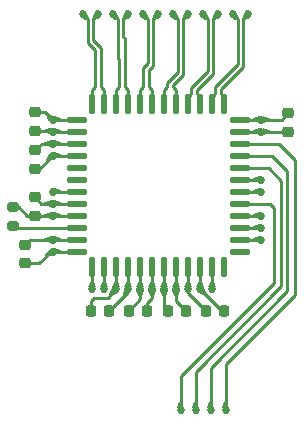
<source format=gtl>
%TF.GenerationSoftware,KiCad,Pcbnew,8.0.3-8.0.3-0~ubuntu24.04.1*%
%TF.CreationDate,2024-07-09T09:27:24+02:00*%
%TF.ProjectId,PythonBreakout,50797468-6f6e-4427-9265-616b6f75742e,rev?*%
%TF.SameCoordinates,Original*%
%TF.FileFunction,Copper,L1,Top*%
%TF.FilePolarity,Positive*%
%FSLAX46Y46*%
G04 Gerber Fmt 4.6, Leading zero omitted, Abs format (unit mm)*
G04 Created by KiCad (PCBNEW 8.0.3-8.0.3-0~ubuntu24.04.1) date 2024-07-09 09:27:24*
%MOMM*%
%LPD*%
G01*
G04 APERTURE LIST*
G04 Aperture macros list*
%AMRoundRect*
0 Rectangle with rounded corners*
0 $1 Rounding radius*
0 $2 $3 $4 $5 $6 $7 $8 $9 X,Y pos of 4 corners*
0 Add a 4 corners polygon primitive as box body*
4,1,4,$2,$3,$4,$5,$6,$7,$8,$9,$2,$3,0*
0 Add four circle primitives for the rounded corners*
1,1,$1+$1,$2,$3*
1,1,$1+$1,$4,$5*
1,1,$1+$1,$6,$7*
1,1,$1+$1,$8,$9*
0 Add four rect primitives between the rounded corners*
20,1,$1+$1,$2,$3,$4,$5,0*
20,1,$1+$1,$4,$5,$6,$7,0*
20,1,$1+$1,$6,$7,$8,$9,0*
20,1,$1+$1,$8,$9,$2,$3,0*%
G04 Aperture macros list end*
%TA.AperFunction,SMDPad,CuDef*%
%ADD10RoundRect,0.225000X0.225000X0.250000X-0.225000X0.250000X-0.225000X-0.250000X0.225000X-0.250000X0*%
%TD*%
%TA.AperFunction,SMDPad,CuDef*%
%ADD11RoundRect,0.225000X-0.250000X0.225000X-0.250000X-0.225000X0.250000X-0.225000X0.250000X0.225000X0*%
%TD*%
%TA.AperFunction,SMDPad,CuDef*%
%ADD12RoundRect,0.028200X-0.786800X0.206800X-0.786800X-0.206800X0.786800X-0.206800X0.786800X0.206800X0*%
%TD*%
%TA.AperFunction,SMDPad,CuDef*%
%ADD13RoundRect,0.028200X-0.206800X0.786800X-0.206800X-0.786800X0.206800X-0.786800X0.206800X0.786800X0*%
%TD*%
%TA.AperFunction,SMDPad,CuDef*%
%ADD14RoundRect,0.200000X0.275000X-0.200000X0.275000X0.200000X-0.275000X0.200000X-0.275000X-0.200000X0*%
%TD*%
%TA.AperFunction,SMDPad,CuDef*%
%ADD15RoundRect,0.225000X-0.225000X-0.250000X0.225000X-0.250000X0.225000X0.250000X-0.225000X0.250000X0*%
%TD*%
%TA.AperFunction,SMDPad,CuDef*%
%ADD16RoundRect,0.225000X0.250000X-0.225000X0.250000X0.225000X-0.250000X0.225000X-0.250000X-0.225000X0*%
%TD*%
%TA.AperFunction,ViaPad*%
%ADD17C,0.685800*%
%TD*%
%TA.AperFunction,Conductor*%
%ADD18C,0.254000*%
%TD*%
%TA.AperFunction,Conductor*%
%ADD19C,0.290000*%
%TD*%
G04 APERTURE END LIST*
D10*
X89080000Y-80575000D03*
X87530000Y-80575000D03*
D11*
X79605000Y-71000000D03*
X79605000Y-72550000D03*
X101005000Y-63875000D03*
X101005000Y-65425000D03*
D12*
X96905000Y-69492000D03*
X96905000Y-68476000D03*
X96905000Y-67460000D03*
X96905000Y-66444000D03*
X96905000Y-65428000D03*
X96905000Y-64412000D03*
D13*
X95588000Y-63095000D03*
X94572000Y-63095000D03*
X93556000Y-63095000D03*
X92540000Y-63095000D03*
X91524000Y-63095000D03*
X90508000Y-63095000D03*
X89492000Y-63095000D03*
X88476000Y-63095000D03*
X87460000Y-63095000D03*
X86444000Y-63095000D03*
X85428000Y-63095000D03*
X84412000Y-63095000D03*
D12*
X83095000Y-64412000D03*
X83095000Y-65428000D03*
X83095000Y-66444000D03*
X83095000Y-67460000D03*
X83095000Y-68476000D03*
X83095000Y-69492000D03*
X83095000Y-70508000D03*
X83095000Y-71524000D03*
X83095000Y-72540000D03*
X83095000Y-73556000D03*
X83095000Y-74572000D03*
X83095000Y-75588000D03*
D13*
X84412000Y-76905000D03*
X85428000Y-76905000D03*
X86444000Y-76905000D03*
X87460000Y-76905000D03*
X88476000Y-76905000D03*
X89492000Y-76905000D03*
X90508000Y-76905000D03*
X91524000Y-76905000D03*
X92540000Y-76905000D03*
X93556000Y-76905000D03*
X94572000Y-76905000D03*
X95588000Y-76905000D03*
D12*
X96905000Y-75588000D03*
X96905000Y-74572000D03*
X96905000Y-73556000D03*
X96905000Y-72540000D03*
X96905000Y-71524000D03*
X96905000Y-70508000D03*
D10*
X95580000Y-80575000D03*
X94030000Y-80575000D03*
X92355000Y-80575000D03*
X90805000Y-80575000D03*
D14*
X77705000Y-73450000D03*
X77705000Y-71800000D03*
D15*
X84305000Y-80575000D03*
X85855000Y-80575000D03*
D11*
X79605000Y-63800000D03*
X79605000Y-65350000D03*
X78705000Y-75000000D03*
X78705000Y-76550000D03*
D16*
X79605000Y-68575000D03*
X79605000Y-67025000D03*
D17*
X81067000Y-64412000D03*
X81067000Y-74572000D03*
X98752000Y-69492000D03*
X89493000Y-78752000D03*
X81066000Y-66444000D03*
X98752000Y-70508000D03*
X87460000Y-78752000D03*
X90509000Y-78752000D03*
X98752000Y-65428000D03*
X81067000Y-65428000D03*
X81067000Y-72540000D03*
X85429000Y-78752000D03*
X81067000Y-75588000D03*
X88476000Y-78753000D03*
X92541000Y-78752000D03*
X81067000Y-67460000D03*
X98752000Y-64412000D03*
X81067000Y-71524000D03*
X86445000Y-78752000D03*
X93557000Y-78752000D03*
X84413000Y-78752000D03*
X91525000Y-78752000D03*
X87460000Y-55475000D03*
X94573000Y-78752000D03*
X98752000Y-74572000D03*
X86190000Y-55475000D03*
X95080000Y-55475000D03*
X88730000Y-55475000D03*
X92540000Y-55475000D03*
X90000000Y-55475000D03*
X93175000Y-88985000D03*
X91905000Y-88985000D03*
X98752000Y-73556000D03*
X91270000Y-55475000D03*
X81067000Y-70508000D03*
X93810000Y-55475000D03*
X98752000Y-72540000D03*
X94445000Y-88985000D03*
X95715000Y-88985000D03*
X96350000Y-55475000D03*
X83650000Y-55475000D03*
X97620000Y-55475000D03*
X84920000Y-55475000D03*
D18*
X80455000Y-63800000D02*
X81067000Y-64412000D01*
X89493000Y-78752000D02*
X89493000Y-79487000D01*
X79605000Y-63800000D02*
X80455000Y-63800000D01*
X89492000Y-78751000D02*
X89493000Y-78752000D01*
X89080000Y-79900000D02*
X89080000Y-80575000D01*
X96905000Y-69492000D02*
X98752000Y-69492000D01*
X96905000Y-69492000D02*
X97384000Y-69492000D01*
X89492000Y-76905000D02*
X89492000Y-78751000D01*
X97384000Y-69492000D02*
X97467000Y-69575000D01*
X83095000Y-64412000D02*
X81067000Y-64412000D01*
X79133000Y-74572000D02*
X78705000Y-75000000D01*
X89493000Y-79487000D02*
X89080000Y-79900000D01*
X83095000Y-74572000D02*
X81067000Y-74572000D01*
X81067000Y-74572000D02*
X79133000Y-74572000D01*
X85428000Y-76905000D02*
X85428000Y-78751000D01*
X96905000Y-65428000D02*
X98752000Y-65428000D01*
X90509000Y-78752000D02*
X90509000Y-80279000D01*
X80989000Y-65350000D02*
X81067000Y-65428000D01*
X88476000Y-78753000D02*
X88476000Y-79629000D01*
X88476000Y-79629000D02*
X87530000Y-80575000D01*
X96905000Y-70508000D02*
X98752000Y-70508000D01*
X81066000Y-66444000D02*
X80186000Y-66444000D01*
X87460000Y-76905000D02*
X87460000Y-78752000D01*
X92541000Y-79086000D02*
X94030000Y-80575000D01*
X85428000Y-78751000D02*
X85429000Y-78752000D01*
X101002000Y-65428000D02*
X101005000Y-65425000D01*
X88476000Y-76905000D02*
X88476000Y-78753000D01*
X87460000Y-78970000D02*
X85855000Y-80575000D01*
X79956000Y-76550000D02*
X78705000Y-76550000D01*
X90508000Y-76905000D02*
X90508000Y-78751000D01*
X80918000Y-75588000D02*
X79956000Y-76550000D01*
X92540000Y-76905000D02*
X92540000Y-78751000D01*
X92540000Y-78751000D02*
X92541000Y-78752000D01*
X87460000Y-78752000D02*
X87460000Y-78970000D01*
X83095000Y-75588000D02*
X81067000Y-75588000D01*
X78932000Y-72540000D02*
X78192000Y-71800000D01*
X79605000Y-65350000D02*
X80989000Y-65350000D01*
X92541000Y-78752000D02*
X92541000Y-79086000D01*
X83095000Y-65428000D02*
X81067000Y-65428000D01*
X81067000Y-75588000D02*
X80918000Y-75588000D01*
X81066000Y-66444000D02*
X83095000Y-66444000D01*
X90509000Y-80279000D02*
X90805000Y-80575000D01*
X80186000Y-66444000D02*
X79605000Y-67025000D01*
X83095000Y-72540000D02*
X81067000Y-72540000D01*
X98752000Y-65428000D02*
X101002000Y-65428000D01*
X81067000Y-72540000D02*
X78932000Y-72540000D01*
X90508000Y-78751000D02*
X90509000Y-78752000D01*
X78192000Y-71800000D02*
X77705000Y-71800000D01*
X81067000Y-71524000D02*
X80129000Y-71524000D01*
X79952000Y-68575000D02*
X81067000Y-67460000D01*
X80129000Y-71524000D02*
X79605000Y-71000000D01*
X100468000Y-64412000D02*
X101005000Y-63875000D01*
X96905000Y-64412000D02*
X98752000Y-64412000D01*
X83095000Y-71524000D02*
X81067000Y-71524000D01*
X79605000Y-68575000D02*
X79952000Y-68575000D01*
X83095000Y-67460000D02*
X81067000Y-67460000D01*
X98752000Y-64412000D02*
X100468000Y-64412000D01*
X93557000Y-76906000D02*
X93556000Y-76905000D01*
X84605000Y-79475000D02*
X84305000Y-79775000D01*
X91525000Y-79745000D02*
X92355000Y-80575000D01*
X84412000Y-78751000D02*
X84413000Y-78752000D01*
X86445000Y-78752000D02*
X85722000Y-79475000D01*
X84305000Y-79775000D02*
X84305000Y-80575000D01*
X95380000Y-80575000D02*
X95580000Y-80575000D01*
X86444000Y-76905000D02*
X86444000Y-78751000D01*
X91524000Y-76905000D02*
X91524000Y-78751000D01*
X93557000Y-78752000D02*
X93557000Y-76906000D01*
X86444000Y-78751000D02*
X86445000Y-78752000D01*
X91525000Y-78752000D02*
X91525000Y-79745000D01*
X93557000Y-78752000D02*
X95380000Y-80575000D01*
X84412000Y-76905000D02*
X84412000Y-78751000D01*
X85722000Y-79475000D02*
X84605000Y-79475000D01*
X91524000Y-78751000D02*
X91525000Y-78752000D01*
D19*
X87197000Y-57524234D02*
X87197000Y-61609499D01*
X87197000Y-61609499D02*
X87460000Y-61872499D01*
X87460000Y-55475000D02*
X87070000Y-55865000D01*
X87460000Y-61872499D02*
X87460000Y-63095000D01*
X87070000Y-57397234D02*
X87197000Y-57524234D01*
X87070000Y-55865000D02*
X87070000Y-57397234D01*
D18*
X94572000Y-76905000D02*
X94572000Y-78751000D01*
X94572000Y-78751000D02*
X94573000Y-78752000D01*
X96905000Y-74572000D02*
X98752000Y-74572000D01*
D19*
X86707000Y-59345000D02*
X86707000Y-61609499D01*
X86444000Y-61872499D02*
X86444000Y-63095000D01*
X86580000Y-59218000D02*
X86707000Y-59345000D01*
X86190000Y-55475000D02*
X86580000Y-55865000D01*
X86580000Y-55865000D02*
X86580000Y-59218000D01*
X86707000Y-61609499D02*
X86444000Y-61872499D01*
X93556000Y-62515000D02*
X93556000Y-63095000D01*
X93293000Y-61928484D02*
X93293000Y-62252000D01*
X93293000Y-62252000D02*
X93556000Y-62515000D01*
X94690000Y-55865000D02*
X94690000Y-60531484D01*
X95080000Y-55475000D02*
X94690000Y-55865000D01*
X94690000Y-60531484D02*
X93293000Y-61928484D01*
X88476000Y-61872499D02*
X88476000Y-63095000D01*
X89120000Y-59633516D02*
X88739000Y-60014516D01*
X88730000Y-55475000D02*
X89120000Y-55865000D01*
X89120000Y-55865000D02*
X89120000Y-59633516D01*
X88739000Y-60014516D02*
X88739000Y-61609499D01*
X88739000Y-61609499D02*
X88476000Y-61872499D01*
X92150000Y-60596484D02*
X91261000Y-61485484D01*
X91261000Y-61485484D02*
X91261000Y-61609499D01*
X92540000Y-55475000D02*
X92150000Y-55865000D01*
X91524000Y-61872499D02*
X91524000Y-63095000D01*
X91261000Y-61609499D02*
X91524000Y-61872499D01*
X92150000Y-55865000D02*
X92150000Y-60596484D01*
X90000000Y-55475000D02*
X89610000Y-55865000D01*
X89610000Y-59836484D02*
X89229000Y-60217484D01*
X89229000Y-61609499D02*
X89492000Y-61872499D01*
X89492000Y-61872499D02*
X89492000Y-63095000D01*
X89610000Y-55865000D02*
X89610000Y-59836484D01*
X89229000Y-60217484D02*
X89229000Y-61609499D01*
D18*
X96905000Y-68476000D02*
X99351000Y-68476000D01*
X93175000Y-85750000D02*
X93175000Y-88985000D01*
X100450000Y-78475000D02*
X93175000Y-85750000D01*
X100450000Y-69575000D02*
X100450000Y-78475000D01*
X99351000Y-68476000D02*
X100450000Y-69575000D01*
X91905000Y-88985000D02*
X91905000Y-87025000D01*
X99800000Y-78225000D02*
X91905000Y-86120000D01*
X99449000Y-71524000D02*
X99800000Y-71875000D01*
X91905000Y-86120000D02*
X91905000Y-87025000D01*
X99800000Y-71875000D02*
X99800000Y-78225000D01*
X96905000Y-71524000D02*
X99449000Y-71524000D01*
X96905000Y-73556000D02*
X98752000Y-73556000D01*
D19*
X91270000Y-55475000D02*
X91660000Y-55865000D01*
X90771000Y-61609499D02*
X90508000Y-61872499D01*
X90771000Y-61282516D02*
X90771000Y-61609499D01*
X91660000Y-60393516D02*
X90771000Y-61282516D01*
X90508000Y-61872499D02*
X90508000Y-63095000D01*
X91660000Y-55865000D02*
X91660000Y-60393516D01*
D18*
X83095000Y-70508000D02*
X81067000Y-70508000D01*
D19*
X94200000Y-55865000D02*
X94200000Y-60328516D01*
X92803000Y-62252000D02*
X92540000Y-62515000D01*
X93810000Y-55475000D02*
X94200000Y-55865000D01*
X94200000Y-60328516D02*
X92803000Y-61725516D01*
X92803000Y-61725516D02*
X92803000Y-62252000D01*
X92540000Y-62515000D02*
X92540000Y-63095000D01*
X96905000Y-72540000D02*
X98752000Y-72540000D01*
D18*
X99685000Y-67460000D02*
X100950000Y-68725000D01*
X96905000Y-67460000D02*
X99685000Y-67460000D01*
X94450000Y-85425000D02*
X94450000Y-86175000D01*
X94445000Y-86180000D02*
X94445000Y-88985000D01*
X100950000Y-78925000D02*
X94450000Y-85425000D01*
X100950000Y-68725000D02*
X100950000Y-78925000D01*
X94450000Y-86175000D02*
X94445000Y-86180000D01*
X101600000Y-67825000D02*
X100219000Y-66444000D01*
X95715000Y-88985000D02*
X95715000Y-85110000D01*
X101600000Y-79225000D02*
X101600000Y-67825000D01*
X95715000Y-85110000D02*
X101600000Y-79225000D01*
X100219000Y-66444000D02*
X96905000Y-66444000D01*
X77811000Y-73556000D02*
X77705000Y-73450000D01*
X83076000Y-73575000D02*
X83095000Y-73556000D01*
X83095000Y-73556000D02*
X77811000Y-73556000D01*
D19*
X94835000Y-61643516D02*
X96740000Y-59738516D01*
X96740000Y-59738516D02*
X96740000Y-55865000D01*
X94572000Y-63095000D02*
X94572000Y-62515000D01*
X94835000Y-62252000D02*
X94835000Y-61643516D01*
X94572000Y-62515000D02*
X94835000Y-62252000D01*
X96740000Y-55865000D02*
X96350000Y-55475000D01*
X84675000Y-58536484D02*
X84040000Y-57901484D01*
X84412000Y-63095000D02*
X84412000Y-61872499D01*
X84412000Y-61872499D02*
X84675000Y-61609499D01*
X84040000Y-55865000D02*
X83650000Y-55475000D01*
X84675000Y-61609499D02*
X84675000Y-58536484D01*
X84040000Y-57901484D02*
X84040000Y-55865000D01*
X95588000Y-63095000D02*
X95588000Y-62515000D01*
X95588000Y-62515000D02*
X95325000Y-62252000D01*
X97230000Y-59941484D02*
X97230000Y-55865000D01*
X95325000Y-61846484D02*
X97230000Y-59941484D01*
X97230000Y-55865000D02*
X97620000Y-55475000D01*
X95325000Y-62252000D02*
X95325000Y-61846484D01*
X84530000Y-55865000D02*
X84920000Y-55475000D01*
X85165000Y-58333516D02*
X84530000Y-57698516D01*
X85428000Y-63095000D02*
X85428000Y-61872499D01*
X85428000Y-61872499D02*
X85165000Y-61609499D01*
X85165000Y-61609499D02*
X85165000Y-58333516D01*
X84530000Y-57698516D02*
X84530000Y-55865000D01*
%TA.AperFunction,Conductor*%
G36*
X86570926Y-78069826D02*
G01*
X86573716Y-78074291D01*
X86758226Y-78610400D01*
X86757678Y-78619338D01*
X86751669Y-78625005D01*
X86449506Y-78751119D01*
X86440552Y-78751143D01*
X86440494Y-78751119D01*
X86138297Y-78624991D01*
X86131982Y-78618642D01*
X86131728Y-78610424D01*
X86314300Y-78074326D01*
X86320211Y-78067600D01*
X86325375Y-78066399D01*
X86562653Y-78066399D01*
X86570926Y-78069826D01*
G37*
%TD.AperFunction*%
%TA.AperFunction,Conductor*%
G36*
X98619533Y-72227174D02*
G01*
X98624875Y-72233019D01*
X98751119Y-72535494D01*
X98751143Y-72544448D01*
X98751119Y-72544506D01*
X98624875Y-72846980D01*
X98618526Y-72853295D01*
X98610616Y-72853650D01*
X98074438Y-72687551D01*
X98067549Y-72681830D01*
X98066200Y-72676375D01*
X98066200Y-72403624D01*
X98069627Y-72395351D01*
X98074438Y-72392448D01*
X98610618Y-72226349D01*
X98619533Y-72227174D01*
G37*
%TD.AperFunction*%
%TA.AperFunction,Conductor*%
G36*
X89694788Y-55348540D02*
G01*
X89995493Y-55472147D01*
X90001842Y-55478461D01*
X90001859Y-55478503D01*
X90127231Y-55782134D01*
X90127221Y-55791088D01*
X90122067Y-55796845D01*
X89757637Y-55997803D01*
X89751987Y-55999257D01*
X89481226Y-55999257D01*
X89472953Y-55995830D01*
X89469526Y-55987557D01*
X89470125Y-55983862D01*
X89640469Y-55472147D01*
X89679244Y-55355666D01*
X89685107Y-55348900D01*
X89694039Y-55348262D01*
X89694788Y-55348540D01*
G37*
%TD.AperFunction*%
%TA.AperFunction,Conductor*%
G36*
X94571911Y-88302627D02*
G01*
X94574708Y-88307112D01*
X94758250Y-88843413D01*
X94757686Y-88852350D01*
X94751686Y-88857998D01*
X94449506Y-88984119D01*
X94440552Y-88984143D01*
X94440494Y-88984119D01*
X94138313Y-88857998D01*
X94131998Y-88851649D01*
X94131749Y-88843413D01*
X94315292Y-88307112D01*
X94321213Y-88300394D01*
X94326362Y-88299200D01*
X94563638Y-88299200D01*
X94571911Y-88302627D01*
G37*
%TD.AperFunction*%
%TA.AperFunction,Conductor*%
G36*
X89799686Y-78879001D02*
G01*
X89806001Y-78885350D01*
X89806250Y-78893586D01*
X89622708Y-79429888D01*
X89616787Y-79436606D01*
X89611638Y-79437800D01*
X89374362Y-79437800D01*
X89366089Y-79434373D01*
X89363292Y-79429888D01*
X89179749Y-78893586D01*
X89180313Y-78884649D01*
X89186311Y-78879002D01*
X89488495Y-78752879D01*
X89497446Y-78752856D01*
X89799686Y-78879001D01*
G37*
%TD.AperFunction*%
%TA.AperFunction,Conductor*%
G36*
X81744888Y-75458292D02*
G01*
X81751606Y-75464213D01*
X81752800Y-75469362D01*
X81752800Y-75706637D01*
X81749373Y-75714910D01*
X81744888Y-75717707D01*
X81208586Y-75901250D01*
X81199649Y-75900686D01*
X81194001Y-75894687D01*
X81067879Y-75592504D01*
X81067856Y-75583552D01*
X81194002Y-75281311D01*
X81200350Y-75274998D01*
X81208586Y-75274749D01*
X81744888Y-75458292D01*
G37*
%TD.AperFunction*%
%TA.AperFunction,Conductor*%
G36*
X81744888Y-65298292D02*
G01*
X81751606Y-65304213D01*
X81752800Y-65309362D01*
X81752800Y-65546637D01*
X81749373Y-65554910D01*
X81744888Y-65557707D01*
X81208586Y-65741250D01*
X81199649Y-65740686D01*
X81194001Y-65734687D01*
X81067879Y-65432504D01*
X81067856Y-65423552D01*
X81194002Y-65121311D01*
X81200350Y-65114998D01*
X81208586Y-65114749D01*
X81744888Y-65298292D01*
G37*
%TD.AperFunction*%
%TA.AperFunction,Conductor*%
G36*
X92234788Y-55348540D02*
G01*
X92535493Y-55472147D01*
X92541842Y-55478461D01*
X92541859Y-55478503D01*
X92667231Y-55782134D01*
X92667221Y-55791088D01*
X92662067Y-55796845D01*
X92297637Y-55997803D01*
X92291987Y-55999257D01*
X92021226Y-55999257D01*
X92012953Y-55995830D01*
X92009526Y-55987557D01*
X92010125Y-55983862D01*
X92180469Y-55472147D01*
X92219244Y-55355666D01*
X92225107Y-55348900D01*
X92234039Y-55348262D01*
X92234788Y-55348540D01*
G37*
%TD.AperFunction*%
%TA.AperFunction,Conductor*%
G36*
X99429888Y-64282292D02*
G01*
X99436606Y-64288213D01*
X99437800Y-64293362D01*
X99437800Y-64530637D01*
X99434373Y-64538910D01*
X99429888Y-64541707D01*
X98893586Y-64725250D01*
X98884649Y-64724686D01*
X98879001Y-64718687D01*
X98752879Y-64416504D01*
X98752856Y-64407552D01*
X98879002Y-64105311D01*
X98885350Y-64098998D01*
X98893586Y-64098749D01*
X99429888Y-64282292D01*
G37*
%TD.AperFunction*%
%TA.AperFunction,Conductor*%
G36*
X92031911Y-88302627D02*
G01*
X92034708Y-88307112D01*
X92218250Y-88843413D01*
X92217686Y-88852350D01*
X92211686Y-88857998D01*
X91909506Y-88984119D01*
X91900552Y-88984143D01*
X91900494Y-88984119D01*
X91598313Y-88857998D01*
X91591998Y-88851649D01*
X91591749Y-88843413D01*
X91775292Y-88307112D01*
X91781213Y-88300394D01*
X91786362Y-88299200D01*
X92023638Y-88299200D01*
X92031911Y-88302627D01*
G37*
%TD.AperFunction*%
%TA.AperFunction,Conductor*%
G36*
X86138334Y-78624942D02*
G01*
X86441190Y-78749436D01*
X86447539Y-78755751D01*
X86447563Y-78755809D01*
X86572056Y-79058664D01*
X86572032Y-79067618D01*
X86566384Y-79073618D01*
X86057378Y-79323056D01*
X86048441Y-79323620D01*
X86043956Y-79320823D01*
X85876176Y-79153043D01*
X85872749Y-79144770D01*
X85873941Y-79139625D01*
X86123381Y-78630614D01*
X86130099Y-78624694D01*
X86138334Y-78624942D01*
G37*
%TD.AperFunction*%
%TA.AperFunction,Conductor*%
G36*
X88782686Y-78880001D02*
G01*
X88789001Y-78886350D01*
X88789250Y-78894586D01*
X88605708Y-79430888D01*
X88599787Y-79437606D01*
X88594638Y-79438800D01*
X88357362Y-79438800D01*
X88349089Y-79435373D01*
X88346292Y-79430888D01*
X88162749Y-78894586D01*
X88163313Y-78885649D01*
X88169311Y-78880002D01*
X88471495Y-78753879D01*
X88480446Y-78753856D01*
X88782686Y-78880001D01*
G37*
%TD.AperFunction*%
%TA.AperFunction,Conductor*%
G36*
X90634926Y-78069826D02*
G01*
X90637716Y-78074291D01*
X90822226Y-78610400D01*
X90821678Y-78619338D01*
X90815669Y-78625005D01*
X90513506Y-78751119D01*
X90504552Y-78751143D01*
X90504494Y-78751119D01*
X90202297Y-78624991D01*
X90195982Y-78618642D01*
X90195728Y-78610424D01*
X90378300Y-78074326D01*
X90384211Y-78067600D01*
X90389375Y-78066399D01*
X90626653Y-78066399D01*
X90634926Y-78069826D01*
G37*
%TD.AperFunction*%
%TA.AperFunction,Conductor*%
G36*
X91831686Y-78879001D02*
G01*
X91838001Y-78885350D01*
X91838250Y-78893586D01*
X91654708Y-79429888D01*
X91648787Y-79436606D01*
X91643638Y-79437800D01*
X91406362Y-79437800D01*
X91398089Y-79434373D01*
X91395292Y-79429888D01*
X91211749Y-78893586D01*
X91212313Y-78884649D01*
X91218311Y-78879002D01*
X91520495Y-78752879D01*
X91529446Y-78752856D01*
X91831686Y-78879001D01*
G37*
%TD.AperFunction*%
%TA.AperFunction,Conductor*%
G36*
X95841911Y-88302627D02*
G01*
X95844708Y-88307112D01*
X96028250Y-88843413D01*
X96027686Y-88852350D01*
X96021686Y-88857998D01*
X95719506Y-88984119D01*
X95710552Y-88984143D01*
X95710494Y-88984119D01*
X95408313Y-88857998D01*
X95401998Y-88851649D01*
X95401749Y-88843413D01*
X95585292Y-88307112D01*
X95591213Y-88300394D01*
X95596362Y-88299200D01*
X95833638Y-88299200D01*
X95841911Y-88302627D01*
G37*
%TD.AperFunction*%
%TA.AperFunction,Conductor*%
G36*
X91584162Y-55348566D02*
G01*
X91590476Y-55354915D01*
X91590756Y-55355668D01*
X91799875Y-55983862D01*
X91799237Y-55992794D01*
X91792469Y-55998658D01*
X91788774Y-55999257D01*
X91518013Y-55999257D01*
X91512363Y-55997803D01*
X91503279Y-55992794D01*
X91465301Y-55971852D01*
X91147932Y-55796845D01*
X91142342Y-55789849D01*
X91142768Y-55782134D01*
X91268141Y-55478501D01*
X91274463Y-55472165D01*
X91575208Y-55348542D01*
X91584162Y-55348566D01*
G37*
%TD.AperFunction*%
%TA.AperFunction,Conductor*%
G36*
X88602911Y-78070627D02*
G01*
X88605708Y-78075112D01*
X88789250Y-78611413D01*
X88788686Y-78620350D01*
X88782686Y-78625998D01*
X88480506Y-78752119D01*
X88471552Y-78752143D01*
X88471494Y-78752119D01*
X88169313Y-78625998D01*
X88162998Y-78619649D01*
X88162749Y-78611413D01*
X88346292Y-78075112D01*
X88352213Y-78068394D01*
X88357362Y-78067200D01*
X88594638Y-78067200D01*
X88602911Y-78070627D01*
G37*
%TD.AperFunction*%
%TA.AperFunction,Conductor*%
G36*
X80935121Y-65114837D02*
G01*
X80939497Y-65120112D01*
X81066119Y-65423494D01*
X81066143Y-65432448D01*
X81066119Y-65432506D01*
X80940590Y-65733267D01*
X80934241Y-65739582D01*
X80925287Y-65739558D01*
X80924588Y-65739239D01*
X80403210Y-65480226D01*
X80397325Y-65473476D01*
X80396715Y-65469748D01*
X80396715Y-65232522D01*
X80400142Y-65224249D01*
X80406038Y-65221066D01*
X80926325Y-65113162D01*
X80935121Y-65114837D01*
G37*
%TD.AperFunction*%
%TA.AperFunction,Conductor*%
G36*
X83964162Y-55348566D02*
G01*
X83970476Y-55354915D01*
X83970756Y-55355668D01*
X84179875Y-55983862D01*
X84179237Y-55992794D01*
X84172469Y-55998658D01*
X84168774Y-55999257D01*
X83898013Y-55999257D01*
X83892363Y-55997803D01*
X83883279Y-55992794D01*
X83845301Y-55971852D01*
X83527932Y-55796845D01*
X83522342Y-55789849D01*
X83522768Y-55782134D01*
X83648141Y-55478501D01*
X83654463Y-55472165D01*
X83955208Y-55348542D01*
X83964162Y-55348566D01*
G37*
%TD.AperFunction*%
%TA.AperFunction,Conductor*%
G36*
X98619350Y-73243313D02*
G01*
X98624998Y-73249313D01*
X98751119Y-73551494D01*
X98751143Y-73560448D01*
X98751119Y-73560506D01*
X98624998Y-73862686D01*
X98618649Y-73869001D01*
X98610413Y-73869250D01*
X98074112Y-73685707D01*
X98067394Y-73679786D01*
X98066200Y-73674637D01*
X98066200Y-73437362D01*
X98069627Y-73429089D01*
X98074111Y-73426292D01*
X98610413Y-73242749D01*
X98619350Y-73243313D01*
G37*
%TD.AperFunction*%
%TA.AperFunction,Conductor*%
G36*
X94774788Y-55348540D02*
G01*
X95075493Y-55472147D01*
X95081842Y-55478461D01*
X95081859Y-55478503D01*
X95207231Y-55782134D01*
X95207221Y-55791088D01*
X95202067Y-55796845D01*
X94837637Y-55997803D01*
X94831987Y-55999257D01*
X94561226Y-55999257D01*
X94552953Y-55995830D01*
X94549526Y-55987557D01*
X94550125Y-55983862D01*
X94720469Y-55472147D01*
X94759244Y-55355666D01*
X94765107Y-55348900D01*
X94774039Y-55348262D01*
X94774788Y-55348540D01*
G37*
%TD.AperFunction*%
%TA.AperFunction,Conductor*%
G36*
X98619350Y-70195313D02*
G01*
X98624998Y-70201313D01*
X98751119Y-70503494D01*
X98751143Y-70512448D01*
X98751119Y-70512506D01*
X98624998Y-70814686D01*
X98618649Y-70821001D01*
X98610413Y-70821250D01*
X98074112Y-70637707D01*
X98067394Y-70631786D01*
X98066200Y-70626637D01*
X98066200Y-70389362D01*
X98069627Y-70381089D01*
X98074111Y-70378292D01*
X98610413Y-70194749D01*
X98619350Y-70195313D01*
G37*
%TD.AperFunction*%
%TA.AperFunction,Conductor*%
G36*
X89618926Y-78069826D02*
G01*
X89621716Y-78074291D01*
X89806226Y-78610400D01*
X89805678Y-78619338D01*
X89799669Y-78625005D01*
X89497506Y-78751119D01*
X89488552Y-78751143D01*
X89488494Y-78751119D01*
X89186297Y-78624991D01*
X89179982Y-78618642D01*
X89179728Y-78610424D01*
X89362300Y-78074326D01*
X89368211Y-78067600D01*
X89373375Y-78066399D01*
X89610653Y-78066399D01*
X89618926Y-78069826D01*
G37*
%TD.AperFunction*%
%TA.AperFunction,Conductor*%
G36*
X81744888Y-74442292D02*
G01*
X81751606Y-74448213D01*
X81752800Y-74453362D01*
X81752800Y-74690637D01*
X81749373Y-74698910D01*
X81744888Y-74701707D01*
X81208586Y-74885250D01*
X81199649Y-74884686D01*
X81194001Y-74878687D01*
X81067879Y-74576504D01*
X81067856Y-74567552D01*
X81194002Y-74265311D01*
X81200350Y-74258998D01*
X81208586Y-74258749D01*
X81744888Y-74442292D01*
G37*
%TD.AperFunction*%
%TA.AperFunction,Conductor*%
G36*
X97314788Y-55348540D02*
G01*
X97615493Y-55472147D01*
X97621842Y-55478461D01*
X97621859Y-55478503D01*
X97747231Y-55782134D01*
X97747221Y-55791088D01*
X97742067Y-55796845D01*
X97377637Y-55997803D01*
X97371987Y-55999257D01*
X97101226Y-55999257D01*
X97092953Y-55995830D01*
X97089526Y-55987557D01*
X97090125Y-55983862D01*
X97260469Y-55472147D01*
X97299244Y-55355666D01*
X97305107Y-55348900D01*
X97314039Y-55348262D01*
X97314788Y-55348540D01*
G37*
%TD.AperFunction*%
%TA.AperFunction,Conductor*%
G36*
X81743888Y-66314292D02*
G01*
X81750606Y-66320213D01*
X81751800Y-66325362D01*
X81751800Y-66562637D01*
X81748373Y-66570910D01*
X81743888Y-66573707D01*
X81207586Y-66757250D01*
X81198649Y-66756686D01*
X81193001Y-66750687D01*
X81066879Y-66448504D01*
X81066856Y-66439552D01*
X81193002Y-66137311D01*
X81199350Y-66130998D01*
X81207586Y-66130749D01*
X81743888Y-66314292D01*
G37*
%TD.AperFunction*%
%TA.AperFunction,Conductor*%
G36*
X94698926Y-78069826D02*
G01*
X94701716Y-78074291D01*
X94886226Y-78610400D01*
X94885678Y-78619338D01*
X94879669Y-78625005D01*
X94577506Y-78751119D01*
X94568552Y-78751143D01*
X94568494Y-78751119D01*
X94266297Y-78624991D01*
X94259982Y-78618642D01*
X94259728Y-78610424D01*
X94442300Y-78074326D01*
X94448211Y-78067600D01*
X94453375Y-78066399D01*
X94690653Y-78066399D01*
X94698926Y-78069826D01*
G37*
%TD.AperFunction*%
%TA.AperFunction,Conductor*%
G36*
X81744888Y-70378292D02*
G01*
X81751606Y-70384213D01*
X81752800Y-70389362D01*
X81752800Y-70626637D01*
X81749373Y-70634910D01*
X81744888Y-70637707D01*
X81208586Y-70821250D01*
X81199649Y-70820686D01*
X81194001Y-70814687D01*
X81067879Y-70512504D01*
X81067856Y-70503552D01*
X81194002Y-70201311D01*
X81200350Y-70194998D01*
X81208586Y-70194749D01*
X81744888Y-70378292D01*
G37*
%TD.AperFunction*%
%TA.AperFunction,Conductor*%
G36*
X98619350Y-69179313D02*
G01*
X98624998Y-69185313D01*
X98751119Y-69487494D01*
X98751143Y-69496448D01*
X98751119Y-69496506D01*
X98624998Y-69798686D01*
X98618649Y-69805001D01*
X98610413Y-69805250D01*
X98074112Y-69621707D01*
X98067394Y-69615786D01*
X98066200Y-69610637D01*
X98066200Y-69373362D01*
X98069627Y-69365089D01*
X98074111Y-69362292D01*
X98610413Y-69178749D01*
X98619350Y-69179313D01*
G37*
%TD.AperFunction*%
%TA.AperFunction,Conductor*%
G36*
X98619350Y-74259313D02*
G01*
X98624998Y-74265313D01*
X98751119Y-74567494D01*
X98751143Y-74576448D01*
X98751119Y-74576506D01*
X98624998Y-74878686D01*
X98618649Y-74885001D01*
X98610413Y-74885250D01*
X98074112Y-74701707D01*
X98067394Y-74695786D01*
X98066200Y-74690637D01*
X98066200Y-74453362D01*
X98069627Y-74445089D01*
X98074111Y-74442292D01*
X98610413Y-74258749D01*
X98619350Y-74259313D01*
G37*
%TD.AperFunction*%
%TA.AperFunction,Conductor*%
G36*
X98619350Y-65115313D02*
G01*
X98624998Y-65121313D01*
X98751119Y-65423494D01*
X98751143Y-65432448D01*
X98751119Y-65432506D01*
X98624998Y-65734686D01*
X98618649Y-65741001D01*
X98610413Y-65741250D01*
X98074112Y-65557707D01*
X98067394Y-65551786D01*
X98066200Y-65546637D01*
X98066200Y-65309362D01*
X98069627Y-65301089D01*
X98074111Y-65298292D01*
X98610413Y-65114749D01*
X98619350Y-65115313D01*
G37*
%TD.AperFunction*%
%TA.AperFunction,Conductor*%
G36*
X80679375Y-63840942D02*
G01*
X81136089Y-64064754D01*
X81188384Y-64090381D01*
X81194305Y-64097099D01*
X81194056Y-64105335D01*
X81069563Y-64408190D01*
X81063248Y-64414539D01*
X81063190Y-64414563D01*
X80760335Y-64539056D01*
X80751381Y-64539032D01*
X80745381Y-64533384D01*
X80684030Y-64408190D01*
X80495942Y-64024376D01*
X80495379Y-64015441D01*
X80498174Y-64010958D01*
X80665957Y-63843175D01*
X80674229Y-63839749D01*
X80679375Y-63840942D01*
G37*
%TD.AperFunction*%
%TA.AperFunction,Conductor*%
G36*
X89044162Y-55348566D02*
G01*
X89050476Y-55354915D01*
X89050756Y-55355668D01*
X89259875Y-55983862D01*
X89259237Y-55992794D01*
X89252469Y-55998658D01*
X89248774Y-55999257D01*
X88978013Y-55999257D01*
X88972363Y-55997803D01*
X88963279Y-55992794D01*
X88925301Y-55971852D01*
X88607932Y-55796845D01*
X88602342Y-55789849D01*
X88602768Y-55782134D01*
X88728141Y-55478501D01*
X88734463Y-55472165D01*
X89035208Y-55348542D01*
X89044162Y-55348566D01*
G37*
%TD.AperFunction*%
%TA.AperFunction,Conductor*%
G36*
X85554926Y-78069826D02*
G01*
X85557716Y-78074291D01*
X85742226Y-78610400D01*
X85741678Y-78619338D01*
X85735669Y-78625005D01*
X85433506Y-78751119D01*
X85424552Y-78751143D01*
X85424494Y-78751119D01*
X85122297Y-78624991D01*
X85115982Y-78618642D01*
X85115728Y-78610424D01*
X85298300Y-78074326D01*
X85304211Y-78067600D01*
X85309375Y-78066399D01*
X85546653Y-78066399D01*
X85554926Y-78069826D01*
G37*
%TD.AperFunction*%
%TA.AperFunction,Conductor*%
G36*
X93683911Y-78069627D02*
G01*
X93686708Y-78074112D01*
X93870250Y-78610413D01*
X93869686Y-78619350D01*
X93863686Y-78624998D01*
X93561506Y-78751119D01*
X93552552Y-78751143D01*
X93552494Y-78751119D01*
X93250313Y-78624998D01*
X93243998Y-78618649D01*
X93243749Y-78610413D01*
X93427292Y-78074112D01*
X93433213Y-78067394D01*
X93438362Y-78066200D01*
X93675638Y-78066200D01*
X93683911Y-78069627D01*
G37*
%TD.AperFunction*%
%TA.AperFunction,Conductor*%
G36*
X81744888Y-72410292D02*
G01*
X81751606Y-72416213D01*
X81752800Y-72421362D01*
X81752800Y-72658637D01*
X81749373Y-72666910D01*
X81744888Y-72669707D01*
X81208586Y-72853250D01*
X81199649Y-72852686D01*
X81194001Y-72846687D01*
X81067879Y-72544504D01*
X81067856Y-72535552D01*
X81194002Y-72233311D01*
X81200350Y-72226998D01*
X81208586Y-72226749D01*
X81744888Y-72410292D01*
G37*
%TD.AperFunction*%
%TA.AperFunction,Conductor*%
G36*
X96664162Y-55348566D02*
G01*
X96670476Y-55354915D01*
X96670756Y-55355668D01*
X96879875Y-55983862D01*
X96879237Y-55992794D01*
X96872469Y-55998658D01*
X96868774Y-55999257D01*
X96598013Y-55999257D01*
X96592363Y-55997803D01*
X96583279Y-55992794D01*
X96545301Y-55971852D01*
X96227932Y-55796845D01*
X96222342Y-55789849D01*
X96222768Y-55782134D01*
X96348141Y-55478501D01*
X96354463Y-55472165D01*
X96655208Y-55348542D01*
X96664162Y-55348566D01*
G37*
%TD.AperFunction*%
%TA.AperFunction,Conductor*%
G36*
X87154788Y-55348540D02*
G01*
X87455493Y-55472147D01*
X87461842Y-55478461D01*
X87461859Y-55478503D01*
X87587231Y-55782134D01*
X87587221Y-55791088D01*
X87582067Y-55796845D01*
X87217637Y-55997803D01*
X87211987Y-55999257D01*
X86941226Y-55999257D01*
X86932953Y-55995830D01*
X86929526Y-55987557D01*
X86930125Y-55983862D01*
X87100469Y-55472147D01*
X87139244Y-55355666D01*
X87145107Y-55348900D01*
X87154039Y-55348262D01*
X87154788Y-55348540D01*
G37*
%TD.AperFunction*%
%TA.AperFunction,Conductor*%
G36*
X80832849Y-75354017D02*
G01*
X80834294Y-75355238D01*
X80835796Y-75356731D01*
X81066034Y-75585630D01*
X81068605Y-75589477D01*
X81193256Y-75892717D01*
X81193232Y-75901671D01*
X81186883Y-75907986D01*
X81185670Y-75908409D01*
X80618817Y-76071509D01*
X80609919Y-76070503D01*
X80607309Y-76068538D01*
X80439594Y-75900823D01*
X80436167Y-75892550D01*
X80438349Y-75885746D01*
X80816528Y-75356730D01*
X80824126Y-75351993D01*
X80832849Y-75354017D01*
G37*
%TD.AperFunction*%
%TA.AperFunction,Conductor*%
G36*
X91650926Y-78069826D02*
G01*
X91653716Y-78074291D01*
X91838226Y-78610400D01*
X91837678Y-78619338D01*
X91831669Y-78625005D01*
X91529506Y-78751119D01*
X91520552Y-78751143D01*
X91520494Y-78751119D01*
X91218297Y-78624991D01*
X91211982Y-78618642D01*
X91211728Y-78610424D01*
X91394300Y-78074326D01*
X91400211Y-78067600D01*
X91405375Y-78066399D01*
X91642653Y-78066399D01*
X91650926Y-78069826D01*
G37*
%TD.AperFunction*%
%TA.AperFunction,Conductor*%
G36*
X84614788Y-55348540D02*
G01*
X84915493Y-55472147D01*
X84921842Y-55478461D01*
X84921859Y-55478503D01*
X85047231Y-55782134D01*
X85047221Y-55791088D01*
X85042067Y-55796845D01*
X84677637Y-55997803D01*
X84671987Y-55999257D01*
X84401226Y-55999257D01*
X84392953Y-55995830D01*
X84389526Y-55987557D01*
X84390125Y-55983862D01*
X84560469Y-55472147D01*
X84599244Y-55355666D01*
X84605107Y-55348900D01*
X84614039Y-55348262D01*
X84614788Y-55348540D01*
G37*
%TD.AperFunction*%
%TA.AperFunction,Conductor*%
G36*
X80934350Y-72227313D02*
G01*
X80939998Y-72233313D01*
X81066119Y-72535494D01*
X81066143Y-72544448D01*
X81066119Y-72544506D01*
X80939998Y-72846686D01*
X80933649Y-72853001D01*
X80925413Y-72853250D01*
X80389112Y-72669707D01*
X80382394Y-72663786D01*
X80381200Y-72658637D01*
X80381200Y-72421362D01*
X80384627Y-72413089D01*
X80389111Y-72410292D01*
X80925413Y-72226749D01*
X80934350Y-72227313D01*
G37*
%TD.AperFunction*%
%TA.AperFunction,Conductor*%
G36*
X86504162Y-55348566D02*
G01*
X86510476Y-55354915D01*
X86510756Y-55355668D01*
X86719875Y-55983862D01*
X86719237Y-55992794D01*
X86712469Y-55998658D01*
X86708774Y-55999257D01*
X86438013Y-55999257D01*
X86432363Y-55997803D01*
X86423279Y-55992794D01*
X86385301Y-55971852D01*
X86067932Y-55796845D01*
X86062342Y-55789849D01*
X86062768Y-55782134D01*
X86188141Y-55478501D01*
X86194463Y-55472165D01*
X86495208Y-55348542D01*
X86504162Y-55348566D01*
G37*
%TD.AperFunction*%
%TA.AperFunction,Conductor*%
G36*
X90815686Y-78879001D02*
G01*
X90822001Y-78885350D01*
X90822250Y-78893586D01*
X90638708Y-79429888D01*
X90632787Y-79436606D01*
X90627638Y-79437800D01*
X90390362Y-79437800D01*
X90382089Y-79434373D01*
X90379292Y-79429888D01*
X90195749Y-78893586D01*
X90196313Y-78884649D01*
X90202311Y-78879002D01*
X90504495Y-78752879D01*
X90513446Y-78752856D01*
X90815686Y-78879001D01*
G37*
%TD.AperFunction*%
%TA.AperFunction,Conductor*%
G36*
X93872618Y-78624967D02*
G01*
X93878618Y-78630615D01*
X94128056Y-79139621D01*
X94128620Y-79148558D01*
X94125823Y-79153043D01*
X93958043Y-79320823D01*
X93949770Y-79324250D01*
X93944621Y-79323056D01*
X93791529Y-79248033D01*
X93435615Y-79073618D01*
X93429694Y-79066900D01*
X93429942Y-79058665D01*
X93554437Y-78755807D01*
X93560750Y-78749460D01*
X93863665Y-78624943D01*
X93872618Y-78624967D01*
G37*
%TD.AperFunction*%
%TA.AperFunction,Conductor*%
G36*
X80933350Y-66131313D02*
G01*
X80938998Y-66137313D01*
X81065119Y-66439494D01*
X81065143Y-66448448D01*
X81065119Y-66448506D01*
X80938998Y-66750686D01*
X80932649Y-66757001D01*
X80924413Y-66757250D01*
X80388112Y-66573707D01*
X80381394Y-66567786D01*
X80380200Y-66562637D01*
X80380200Y-66325362D01*
X80383627Y-66317089D01*
X80388111Y-66314292D01*
X80924413Y-66130749D01*
X80933350Y-66131313D01*
G37*
%TD.AperFunction*%
%TA.AperFunction,Conductor*%
G36*
X81744888Y-64282292D02*
G01*
X81751606Y-64288213D01*
X81752800Y-64293362D01*
X81752800Y-64530637D01*
X81749373Y-64538910D01*
X81744888Y-64541707D01*
X81208586Y-64725250D01*
X81199649Y-64724686D01*
X81194001Y-64718687D01*
X81067879Y-64416504D01*
X81067856Y-64407552D01*
X81194002Y-64105311D01*
X81200350Y-64098998D01*
X81208586Y-64098749D01*
X81744888Y-64282292D01*
G37*
%TD.AperFunction*%
%TA.AperFunction,Conductor*%
G36*
X80760334Y-67332942D02*
G01*
X81063190Y-67457436D01*
X81069539Y-67463751D01*
X81069563Y-67463809D01*
X81194056Y-67766664D01*
X81194032Y-67775618D01*
X81188384Y-67781618D01*
X80679378Y-68031056D01*
X80670441Y-68031620D01*
X80665956Y-68028823D01*
X80498176Y-67861043D01*
X80494749Y-67852770D01*
X80495941Y-67847625D01*
X80745381Y-67338614D01*
X80752099Y-67332694D01*
X80760334Y-67332942D01*
G37*
%TD.AperFunction*%
%TA.AperFunction,Conductor*%
G36*
X80934350Y-74259313D02*
G01*
X80939998Y-74265313D01*
X81066119Y-74567494D01*
X81066143Y-74576448D01*
X81066119Y-74576506D01*
X80939998Y-74878686D01*
X80933649Y-74885001D01*
X80925413Y-74885250D01*
X80389112Y-74701707D01*
X80382394Y-74695786D01*
X80381200Y-74690637D01*
X80381200Y-74453362D01*
X80384627Y-74445089D01*
X80389111Y-74442292D01*
X80925413Y-74258749D01*
X80934350Y-74259313D01*
G37*
%TD.AperFunction*%
%TA.AperFunction,Conductor*%
G36*
X98619350Y-64099313D02*
G01*
X98624998Y-64105313D01*
X98751119Y-64407494D01*
X98751143Y-64416448D01*
X98751119Y-64416506D01*
X98624998Y-64718686D01*
X98618649Y-64725001D01*
X98610413Y-64725250D01*
X98074112Y-64541707D01*
X98067394Y-64535786D01*
X98066200Y-64530637D01*
X98066200Y-64293362D01*
X98069627Y-64285089D01*
X98074111Y-64282292D01*
X98610413Y-64098749D01*
X98619350Y-64099313D01*
G37*
%TD.AperFunction*%
%TA.AperFunction,Conductor*%
G36*
X87464106Y-78754713D02*
G01*
X87464147Y-78754754D01*
X87693416Y-78985363D01*
X87696819Y-78993646D01*
X87693368Y-79001909D01*
X87692565Y-79002637D01*
X87211358Y-79399680D01*
X87202796Y-79402302D01*
X87195639Y-79398928D01*
X87027965Y-79231254D01*
X87024538Y-79222981D01*
X87024759Y-79220719D01*
X87115244Y-78761416D01*
X87120205Y-78753964D01*
X87126698Y-78751980D01*
X87455826Y-78751303D01*
X87464106Y-78754713D01*
G37*
%TD.AperFunction*%
%TA.AperFunction,Conductor*%
G36*
X93301911Y-88302627D02*
G01*
X93304708Y-88307112D01*
X93488250Y-88843413D01*
X93487686Y-88852350D01*
X93481686Y-88857998D01*
X93179506Y-88984119D01*
X93170552Y-88984143D01*
X93170494Y-88984119D01*
X92868313Y-88857998D01*
X92861998Y-88851649D01*
X92861749Y-88843413D01*
X93045292Y-88307112D01*
X93051213Y-88300394D01*
X93056362Y-88299200D01*
X93293638Y-88299200D01*
X93301911Y-88302627D01*
G37*
%TD.AperFunction*%
%TA.AperFunction,Conductor*%
G36*
X80934350Y-71211313D02*
G01*
X80939998Y-71217313D01*
X81066119Y-71519494D01*
X81066143Y-71528448D01*
X81066119Y-71528506D01*
X80939998Y-71830686D01*
X80933649Y-71837001D01*
X80925413Y-71837250D01*
X80389112Y-71653707D01*
X80382394Y-71647786D01*
X80381200Y-71642637D01*
X80381200Y-71405362D01*
X80384627Y-71397089D01*
X80389111Y-71394292D01*
X80925413Y-71210749D01*
X80934350Y-71211313D01*
G37*
%TD.AperFunction*%
%TA.AperFunction,Conductor*%
G36*
X87586911Y-78069627D02*
G01*
X87589708Y-78074112D01*
X87773250Y-78610413D01*
X87772686Y-78619350D01*
X87766686Y-78624998D01*
X87464506Y-78751119D01*
X87455552Y-78751143D01*
X87455494Y-78751119D01*
X87153313Y-78624998D01*
X87146998Y-78618649D01*
X87146749Y-78610413D01*
X87330292Y-78074112D01*
X87336213Y-78067394D01*
X87341362Y-78066200D01*
X87578638Y-78066200D01*
X87586911Y-78069627D01*
G37*
%TD.AperFunction*%
%TA.AperFunction,Conductor*%
G36*
X92666926Y-78069826D02*
G01*
X92669716Y-78074291D01*
X92854226Y-78610400D01*
X92853678Y-78619338D01*
X92847669Y-78625005D01*
X92545506Y-78751119D01*
X92536552Y-78751143D01*
X92536494Y-78751119D01*
X92234297Y-78624991D01*
X92227982Y-78618642D01*
X92227728Y-78610424D01*
X92410300Y-78074326D01*
X92416211Y-78067600D01*
X92421375Y-78066399D01*
X92658653Y-78066399D01*
X92666926Y-78069826D01*
G37*
%TD.AperFunction*%
%TA.AperFunction,Conductor*%
G36*
X94124162Y-55348566D02*
G01*
X94130476Y-55354915D01*
X94130756Y-55355668D01*
X94339875Y-55983862D01*
X94339237Y-55992794D01*
X94332469Y-55998658D01*
X94328774Y-55999257D01*
X94058013Y-55999257D01*
X94052363Y-55997803D01*
X94043279Y-55992794D01*
X94005301Y-55971852D01*
X93687932Y-55796845D01*
X93682342Y-55789849D01*
X93682768Y-55782134D01*
X93808141Y-55478501D01*
X93814463Y-55472165D01*
X94115208Y-55348542D01*
X94124162Y-55348566D01*
G37*
%TD.AperFunction*%
%TA.AperFunction,Conductor*%
G36*
X81744888Y-71394292D02*
G01*
X81751606Y-71400213D01*
X81752800Y-71405362D01*
X81752800Y-71642637D01*
X81749373Y-71650910D01*
X81744888Y-71653707D01*
X81208586Y-71837250D01*
X81199649Y-71836686D01*
X81194001Y-71830687D01*
X81067879Y-71528504D01*
X81067856Y-71519552D01*
X81194002Y-71217311D01*
X81200350Y-71210998D01*
X81208586Y-71210749D01*
X81744888Y-71394292D01*
G37*
%TD.AperFunction*%
%TA.AperFunction,Conductor*%
G36*
X81744888Y-67330292D02*
G01*
X81751606Y-67336213D01*
X81752800Y-67341362D01*
X81752800Y-67578637D01*
X81749373Y-67586910D01*
X81744888Y-67589707D01*
X81208586Y-67773250D01*
X81199649Y-67772686D01*
X81194001Y-67766687D01*
X81067879Y-67464504D01*
X81067856Y-67455552D01*
X81194002Y-67153311D01*
X81200350Y-67146998D01*
X81208586Y-67146749D01*
X81744888Y-67330292D01*
G37*
%TD.AperFunction*%
%TA.AperFunction,Conductor*%
G36*
X84538926Y-78069826D02*
G01*
X84541716Y-78074291D01*
X84726226Y-78610400D01*
X84725678Y-78619338D01*
X84719669Y-78625005D01*
X84417506Y-78751119D01*
X84408552Y-78751143D01*
X84408494Y-78751119D01*
X84106297Y-78624991D01*
X84099982Y-78618642D01*
X84099728Y-78610424D01*
X84282300Y-78074326D01*
X84288211Y-78067600D01*
X84293375Y-78066399D01*
X84530653Y-78066399D01*
X84538926Y-78069826D01*
G37*
%TD.AperFunction*%
%TA.AperFunction,Conductor*%
G36*
X99429888Y-65298292D02*
G01*
X99436606Y-65304213D01*
X99437800Y-65309362D01*
X99437800Y-65546637D01*
X99434373Y-65554910D01*
X99429888Y-65557707D01*
X98893586Y-65741250D01*
X98884649Y-65740686D01*
X98879001Y-65734687D01*
X98752879Y-65432504D01*
X98752856Y-65423552D01*
X98879002Y-65121311D01*
X98885350Y-65114998D01*
X98893586Y-65114749D01*
X99429888Y-65298292D01*
G37*
%TD.AperFunction*%
M02*

</source>
